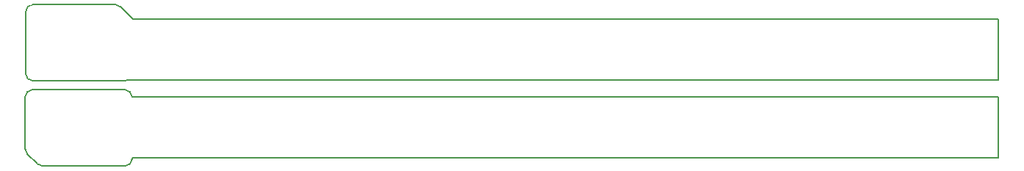
<source format=gbr>
G04 start of page 4 for group 2 idx 2 *
G04 Title: 4FF-FFC, outline *
G04 Creator: pcb 20140316 *
G04 CreationDate: Sa 30 Aug 2014 12:40:55 GMT UTC *
G04 For: kevredon *
G04 Format: Gerber/RS-274X *
G04 PCB-Dimensions (mm): 152.40 127.00 *
G04 PCB-Coordinate-Origin: lower left *
%MOMM*%
%FSLAX43Y43*%
%LNOUTLINE*%
%ADD24C,0.200*%
%ADD23C,0.200*%
G54D23*X2620Y115360D02*X13320D01*
X2680Y116390D02*X13380D01*
X13946Y123774D02*X12764Y124956D01*
G54D24*X13490Y116500D02*X13380Y116390D01*
G54D23*X3801Y106560D02*X13320D01*
X1820Y114560D02*Y108541D01*
X2054Y107976D02*X3236Y106794D01*
X14129Y107534D02*X14120Y107360D01*
X12199Y125190D02*X2680D01*
G54D24*X114000Y123500D02*X14220D01*
X13946Y123774D01*
G54D23*X1880Y124390D02*Y117190D01*
G54D24*X114000Y116500D02*X13490D01*
X114000Y114500D02*X14180D01*
X114000Y107500D02*X14163D01*
X14180Y114500D02*X14120Y114560D01*
X14163Y107500D02*X14129Y107534D01*
X114000Y116500D02*Y123500D01*
Y114500D02*Y107500D01*
G54D23*X2620Y115360D02*G75*G03X1820Y114560I0J-800D01*G01*
X12765Y124956D02*G75*G03X12199Y125190I-566J-566D01*G01*
X2680D02*G75*G03X1880Y124390I0J-800D01*G01*
Y117190D02*G75*G03X2680Y116390I800J0D01*G01*
X13320Y106560D02*G75*G03X14120Y107360I0J800D01*G01*
X3235Y106794D02*G75*G03X3801Y106560I566J566D01*G01*
X14120Y114560D02*G75*G03X13320Y115360I-800J0D01*G01*
X1820Y108541D02*G75*G03X2054Y107975I800J0D01*G01*
M02*

</source>
